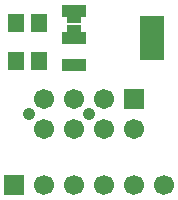
<source format=gbs>
G04 #@! TF.FileFunction,Soldermask,Bot*
%FSLAX46Y46*%
G04 Gerber Fmt 4.6, Leading zero omitted, Abs format (unit mm)*
G04 Created by KiCad (PCBNEW (2015-03-12 BZR 5508)-product) date Sat 14 Mar 2015 01:46:53 PM CET*
%MOMM*%
G01*
G04 APERTURE LIST*
%ADD10C,0.100000*%
%ADD11R,1.701800X1.701800*%
%ADD12C,1.701800*%
%ADD13C,1.050800*%
%ADD14R,2.082800X3.708400*%
%ADD15R,2.082800X1.066800*%
%ADD16R,1.300000X1.300000*%
%ADD17R,1.348740X1.549400*%
%ADD18R,1.700800X1.700800*%
%ADD19C,1.700800*%
G04 APERTURE END LIST*
D10*
D11*
X168310000Y-109730000D03*
D12*
X168310000Y-112270000D03*
X165770000Y-109730000D03*
X165770000Y-112270000D03*
X163230000Y-109730000D03*
X163230000Y-112270000D03*
X160690000Y-109730000D03*
X160690000Y-112270000D03*
D13*
X164500000Y-111000000D03*
X159420000Y-111000000D03*
D14*
X169802000Y-104500000D03*
D15*
X163198000Y-104500000D03*
X163198000Y-102214000D03*
X163198000Y-106786000D03*
D16*
X163200000Y-104000000D03*
X163200000Y-102700000D03*
D17*
X160200000Y-106450000D03*
X158300080Y-106450000D03*
X160199960Y-103300000D03*
X158300040Y-103300000D03*
D18*
X158150000Y-117000000D03*
D19*
X160690000Y-117000000D03*
X163230000Y-117000000D03*
X165770000Y-117000000D03*
X168310000Y-117000000D03*
X170850000Y-117000000D03*
M02*

</source>
